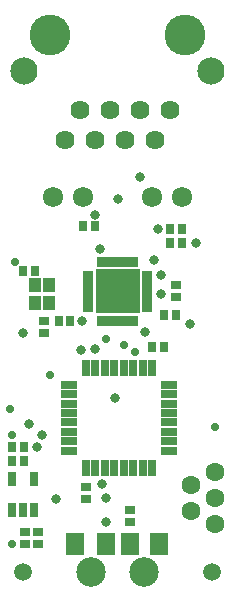
<source format=gbr>
%TF.GenerationSoftware,Altium Limited,Altium Designer,23.1.1 (15)*%
G04 Layer_Color=8388736*
%FSLAX45Y45*%
%MOMM*%
%TF.SameCoordinates,8534D3C2-D56F-49E7-8A62-4489C1F11DDD*%
%TF.FilePolarity,Negative*%
%TF.FileFunction,Soldermask,Top*%
%TF.Part,Single*%
G01*
G75*
%TA.AperFunction,SMDPad,CuDef*%
%ADD33C,0.70320*%
%ADD34R,0.80320X0.90320*%
%ADD35R,0.70320X1.40320*%
%ADD36R,1.40320X0.70320*%
%ADD37R,0.90320X0.80320*%
%ADD38R,0.50320X0.90320*%
%ADD39R,3.70320X3.70320*%
%ADD40R,0.90320X0.50320*%
%ADD41R,1.50320X1.90320*%
%ADD42R,0.80320X1.30320*%
%ADD43R,1.10320X1.15320*%
%TA.AperFunction,ComponentPad*%
%ADD44C,1.50320*%
%ADD45C,3.45320*%
%ADD46C,2.30320*%
%ADD47C,1.62320*%
%ADD48C,1.72320*%
%ADD49C,1.80320*%
%ADD50C,1.00320*%
%ADD51C,1.60320*%
%ADD52C,2.50320*%
%TA.AperFunction,ViaPad*%
%ADD53C,0.80320*%
D33*
X1050000Y2150000D02*
D03*
X1150000Y2090000D02*
D03*
X430000Y1890000D02*
D03*
X85000Y1605000D02*
D03*
X105000Y1380000D02*
D03*
Y460000D02*
D03*
X130000Y2850000D02*
D03*
X900000Y2200000D02*
D03*
X1820000Y1450000D02*
D03*
D34*
X1490000Y2400000D02*
D03*
X1390000D02*
D03*
X1545000Y3010000D02*
D03*
X1445000D02*
D03*
X810000Y3150000D02*
D03*
X710000D02*
D03*
X1445000Y3130000D02*
D03*
X1545000D02*
D03*
X1290000Y2130000D02*
D03*
X1390000D02*
D03*
X105000Y1280000D02*
D03*
X205000D02*
D03*
X105000Y1160000D02*
D03*
X205000D02*
D03*
X300000Y2770000D02*
D03*
X200000D02*
D03*
X600000Y2350000D02*
D03*
X500000D02*
D03*
D35*
X1290000Y1955000D02*
D03*
X1210000D02*
D03*
X1130000D02*
D03*
X1050000D02*
D03*
X730000D02*
D03*
X810000D02*
D03*
X890000D02*
D03*
X970000D02*
D03*
X730000Y1105000D02*
D03*
X810000D02*
D03*
X890000D02*
D03*
X970000D02*
D03*
X1290000D02*
D03*
X1210000D02*
D03*
X1130000D02*
D03*
X1050000D02*
D03*
D36*
X585000Y1810000D02*
D03*
Y1730000D02*
D03*
Y1650000D02*
D03*
Y1570000D02*
D03*
Y1250000D02*
D03*
Y1330000D02*
D03*
Y1410000D02*
D03*
Y1490000D02*
D03*
X1435000Y1250000D02*
D03*
Y1330000D02*
D03*
Y1410000D02*
D03*
Y1490000D02*
D03*
Y1810000D02*
D03*
Y1730000D02*
D03*
Y1650000D02*
D03*
Y1570000D02*
D03*
D37*
X1490000Y2550000D02*
D03*
Y2650000D02*
D03*
X730000Y940000D02*
D03*
Y840000D02*
D03*
X325000Y460000D02*
D03*
Y560000D02*
D03*
X1100000Y650000D02*
D03*
Y750000D02*
D03*
X215000Y460000D02*
D03*
Y560000D02*
D03*
X380000Y2350000D02*
D03*
Y2250000D02*
D03*
D38*
X1000000Y2850000D02*
D03*
X1050000D02*
D03*
X1100000D02*
D03*
X1150000D02*
D03*
X950000D02*
D03*
X900000D02*
D03*
X850000D02*
D03*
X1000000Y2350000D02*
D03*
X950000D02*
D03*
X900000D02*
D03*
X850000D02*
D03*
X1050000D02*
D03*
X1100000D02*
D03*
X1150000D02*
D03*
D39*
X1000000Y2600000D02*
D03*
D40*
X750000D02*
D03*
Y2650000D02*
D03*
Y2700000D02*
D03*
Y2750000D02*
D03*
Y2550000D02*
D03*
Y2500000D02*
D03*
Y2450000D02*
D03*
X1250000Y2600000D02*
D03*
Y2550000D02*
D03*
Y2500000D02*
D03*
Y2450000D02*
D03*
Y2650000D02*
D03*
Y2700000D02*
D03*
Y2750000D02*
D03*
D41*
X1350000Y460000D02*
D03*
X1100000D02*
D03*
X900000D02*
D03*
X640000D02*
D03*
D42*
X105000Y750000D02*
D03*
X295000D02*
D03*
Y1010000D02*
D03*
X105000D02*
D03*
X200000Y750000D02*
D03*
D43*
X300000Y2652500D02*
D03*
X420000Y2497500D02*
D03*
Y2652500D02*
D03*
X300000Y2497500D02*
D03*
D44*
X200000Y220000D02*
D03*
X1800000D02*
D03*
D45*
X1571500Y4772000D02*
D03*
X428500D02*
D03*
D46*
X210000Y4467000D02*
D03*
X1790000D02*
D03*
D47*
X1444500Y4137000D02*
D03*
X1317500Y3883000D02*
D03*
X1190500Y4137000D02*
D03*
X1063500Y3883000D02*
D03*
X936500Y4137000D02*
D03*
X809500Y3883000D02*
D03*
X682500Y4137000D02*
D03*
X555500Y3883000D02*
D03*
D48*
X453500Y3400000D02*
D03*
X707500D02*
D03*
X1292500D02*
D03*
X1546500D02*
D03*
D49*
X1000000Y2600000D02*
D03*
D50*
X1080000Y2520000D02*
D03*
Y2680000D02*
D03*
X920000D02*
D03*
Y2520000D02*
D03*
D51*
X1620000Y960000D02*
D03*
Y740000D02*
D03*
X1820000Y1070000D02*
D03*
Y850000D02*
D03*
Y630000D02*
D03*
D52*
X775000Y225000D02*
D03*
X1225000D02*
D03*
D53*
X250000Y1480000D02*
D03*
X320000Y1280000D02*
D03*
X1660000Y3010000D02*
D03*
X360000Y1380000D02*
D03*
X1610000Y2320000D02*
D03*
X870000Y970000D02*
D03*
X980000Y1700000D02*
D03*
X200000Y2250000D02*
D03*
X690000Y2100000D02*
D03*
X1230000Y2260000D02*
D03*
X1310000Y2870000D02*
D03*
X1370000Y2740000D02*
D03*
X810000Y2110000D02*
D03*
Y3250000D02*
D03*
X1000000Y3380000D02*
D03*
X1340000Y3130000D02*
D03*
X1190000Y3570000D02*
D03*
X850000Y2960000D02*
D03*
X480000Y840000D02*
D03*
X700000Y2350000D02*
D03*
X1370000Y2575000D02*
D03*
X900000Y850000D02*
D03*
Y650000D02*
D03*
%TF.MD5,1f0d3e9be2002a4ebf6d3ff0e20e1af9*%
M02*

</source>
